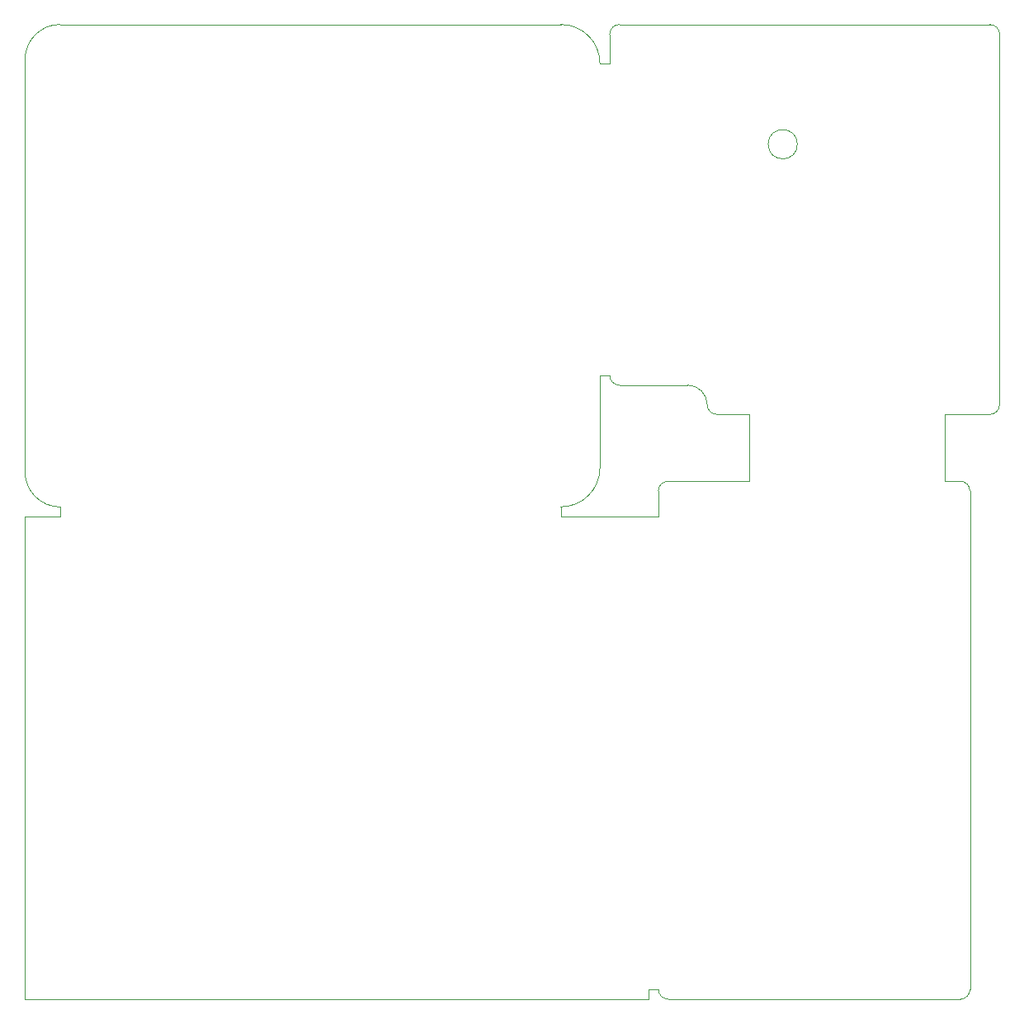
<source format=gbr>
%TF.GenerationSoftware,KiCad,Pcbnew,(6.0.5)*%
%TF.CreationDate,2023-08-07T17:40:20+03:00*%
%TF.ProjectId,JLC3,4a4c4333-2e6b-4696-9361-645f70636258,rev?*%
%TF.SameCoordinates,Original*%
%TF.FileFunction,Profile,NP*%
%FSLAX46Y46*%
G04 Gerber Fmt 4.6, Leading zero omitted, Abs format (unit mm)*
G04 Created by KiCad (PCBNEW (6.0.5)) date 2023-08-07 17:40:20*
%MOMM*%
%LPD*%
G01*
G04 APERTURE LIST*
%TA.AperFunction,Profile*%
%ADD10C,0.100000*%
%TD*%
G04 APERTURE END LIST*
D10*
X148180000Y-76070000D02*
X148180000Y-71070000D01*
X128180000Y-71070000D02*
X128180000Y-76070000D01*
X128180000Y-70410000D02*
X124840000Y-70405786D01*
X148180000Y-70410000D02*
X152842893Y-70402893D01*
X148180000Y-71070000D02*
X148180000Y-70410000D01*
X128180000Y-71070000D02*
X128180000Y-70410000D01*
X119837109Y-77259999D02*
X128180000Y-77260000D01*
X148180000Y-77260000D02*
X149802890Y-77259999D01*
X148180000Y-76070000D02*
X148180000Y-77260000D01*
X128180000Y-76070000D02*
X128180000Y-77260000D01*
X118830000Y-80900000D02*
X118830000Y-78257109D01*
X117837110Y-129402890D02*
X117837110Y-130400000D01*
X118830000Y-80900000D02*
X117830000Y-80900000D01*
X118837110Y-129402890D02*
X117837110Y-129402890D01*
X150802890Y-78259999D02*
X150802890Y-129402889D01*
X149802891Y-130402889D02*
X119837110Y-130402889D01*
X149802891Y-130402890D02*
G75*
G03*
X150802891Y-129402889I9J999991D01*
G01*
X150802891Y-78259999D02*
G75*
G03*
X149802890Y-77259999I-999991J9D01*
G01*
X119837109Y-77259998D02*
G75*
G03*
X118830000Y-78257109I-2916J-1004214D01*
G01*
X118837109Y-129402890D02*
G75*
G03*
X119837110Y-130402890I999991J-9D01*
G01*
X53840000Y-80900000D02*
X57445350Y-80900000D01*
X53830000Y-130400000D02*
X53830000Y-130312500D01*
X117840000Y-130400000D02*
X53830000Y-130400000D01*
X108829995Y-79892883D02*
X108829995Y-80900000D01*
X117840000Y-80900000D02*
X108829995Y-80900000D01*
X57445350Y-80900000D02*
X57450000Y-79900000D01*
X112840000Y-66401136D02*
X112840000Y-75885384D01*
X112840000Y-66401136D02*
X113840000Y-66405786D01*
X113840000Y-34410000D02*
X113840000Y-31400000D01*
X112840000Y-34405350D02*
X113840000Y-34410000D01*
X53833784Y-130312500D02*
X53840000Y-80900000D01*
X53839998Y-76300076D02*
G75*
G03*
X57450000Y-79900000I3610010J10100D01*
G01*
X108829995Y-79892899D02*
G75*
G03*
X112840000Y-75885384I2505J4007499D01*
G01*
X57439924Y-30390000D02*
G75*
G03*
X53840000Y-34000000I10090J-3610000D01*
G01*
X112839954Y-34405350D02*
G75*
G03*
X108832501Y-30395345I-4007454J2550D01*
G01*
X57439924Y-30390000D02*
X108832501Y-30395345D01*
X53840000Y-76300076D02*
X53840000Y-34000000D01*
X152842893Y-70402891D02*
G75*
G03*
X153842893Y-69402893I1J999999D01*
G01*
X133092893Y-42682893D02*
G75*
G03*
X133092893Y-42682893I-1500000J0D01*
G01*
X152845786Y-30400000D02*
X114840000Y-30400000D01*
X153845786Y-31400000D02*
G75*
G03*
X152845786Y-30400000I-999992J8D01*
G01*
X113840000Y-66405786D02*
G75*
G03*
X114840000Y-67405786I999994J-6D01*
G01*
X114840000Y-67405786D02*
X121839998Y-67402893D01*
X153842893Y-69402893D02*
X153845786Y-31400000D01*
X123840000Y-69405786D02*
G75*
G03*
X124840000Y-70405786I999994J-6D01*
G01*
X114840000Y-30399998D02*
G75*
G03*
X113840000Y-31400000I-6J-999994D01*
G01*
X123839995Y-69405786D02*
G75*
G03*
X121839998Y-67402893I-2002901J-6D01*
G01*
M02*

</source>
